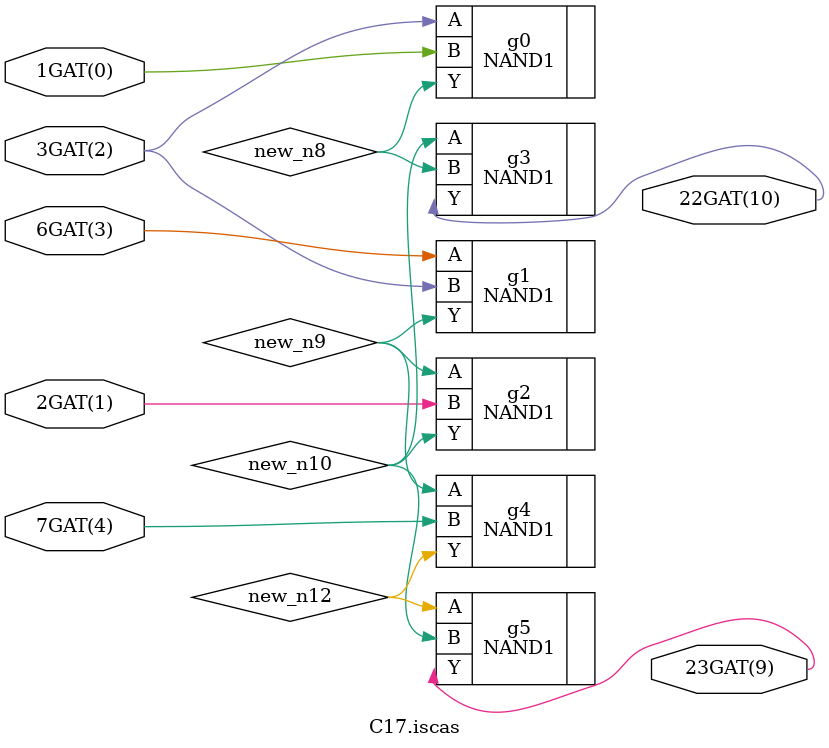
<source format=v>

module \C17.iscas  ( 
    \1GAT(0) , \2GAT(1) , \3GAT(2) , \6GAT(3) , \7GAT(4) ,
    \22GAT(10) , \23GAT(9)   );
  input  \1GAT(0) , \2GAT(1) , \3GAT(2) , \6GAT(3) , \7GAT(4) ;
  output \22GAT(10) , \23GAT(9) ;
  wire new_n8, new_n9, new_n10, new_n12;
  NAND1 g0(.A(\3GAT(2) ), .B(\1GAT(0) ), .Y(new_n8));
  NAND1 g1(.A(\6GAT(3) ), .B(\3GAT(2) ), .Y(new_n9));
  NAND1 g2(.A(new_n9), .B(\2GAT(1) ), .Y(new_n10));
  NAND1 g3(.A(new_n10), .B(new_n8), .Y(\22GAT(10) ));
  NAND1 g4(.A(new_n9), .B(\7GAT(4) ), .Y(new_n12));
  NAND1 g5(.A(new_n12), .B(new_n10), .Y(\23GAT(9) ));
endmodule



</source>
